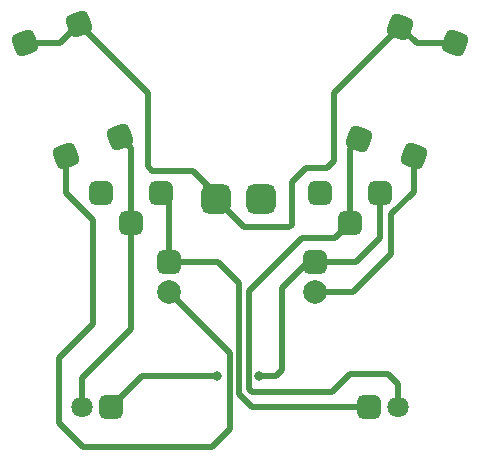
<source format=gbr>
%TF.GenerationSoftware,KiCad,Pcbnew,6.0.2+dfsg-1*%
%TF.CreationDate,2023-03-08T14:33:37+01:00*%
%TF.ProjectId,bunny,62756e6e-792e-46b6-9963-61645f706362,rev?*%
%TF.SameCoordinates,Original*%
%TF.FileFunction,Copper,L2,Bot*%
%TF.FilePolarity,Positive*%
%FSLAX46Y46*%
G04 Gerber Fmt 4.6, Leading zero omitted, Abs format (unit mm)*
G04 Created by KiCad (PCBNEW 6.0.2+dfsg-1) date 2023-03-08 14:33:37*
%MOMM*%
%LPD*%
G01*
G04 APERTURE LIST*
G04 Aperture macros list*
%AMRoundRect*
0 Rectangle with rounded corners*
0 $1 Rounding radius*
0 $2 $3 $4 $5 $6 $7 $8 $9 X,Y pos of 4 corners*
0 Add a 4 corners polygon primitive as box body*
4,1,4,$2,$3,$4,$5,$6,$7,$8,$9,$2,$3,0*
0 Add four circle primitives for the rounded corners*
1,1,$1+$1,$2,$3*
1,1,$1+$1,$4,$5*
1,1,$1+$1,$6,$7*
1,1,$1+$1,$8,$9*
0 Add four rect primitives between the rounded corners*
20,1,$1+$1,$2,$3,$4,$5,0*
20,1,$1+$1,$4,$5,$6,$7,0*
20,1,$1+$1,$6,$7,$8,$9,0*
20,1,$1+$1,$8,$9,$2,$3,0*%
G04 Aperture macros list end*
%TA.AperFunction,ComponentPad*%
%ADD10RoundRect,0.625000X0.625000X-0.625000X0.625000X0.625000X-0.625000X0.625000X-0.625000X-0.625000X0*%
%TD*%
%TA.AperFunction,ComponentPad*%
%ADD11RoundRect,0.500000X0.500000X0.500000X-0.500000X0.500000X-0.500000X-0.500000X0.500000X-0.500000X0*%
%TD*%
%TA.AperFunction,ComponentPad*%
%ADD12RoundRect,0.500000X-0.500000X-0.500000X0.500000X-0.500000X0.500000X0.500000X-0.500000X0.500000X0*%
%TD*%
%TA.AperFunction,ComponentPad*%
%ADD13C,1.800000*%
%TD*%
%TA.AperFunction,ComponentPad*%
%ADD14RoundRect,0.500000X-0.500000X0.500000X-0.500000X-0.500000X0.500000X-0.500000X0.500000X0.500000X0*%
%TD*%
%TA.AperFunction,ComponentPad*%
%ADD15C,2.000000*%
%TD*%
%TA.AperFunction,ComponentPad*%
%ADD16RoundRect,0.500000X-0.298836X0.640856X-0.640856X-0.298836X0.298836X-0.640856X0.640856X0.298836X0*%
%TD*%
%TA.AperFunction,ComponentPad*%
%ADD17RoundRect,0.500000X-0.640856X0.298836X-0.298836X-0.640856X0.640856X-0.298836X0.298836X0.640856X0*%
%TD*%
%TA.AperFunction,ViaPad*%
%ADD18C,0.800000*%
%TD*%
%TA.AperFunction,Conductor*%
%ADD19C,0.500000*%
%TD*%
G04 APERTURE END LIST*
D10*
%TO.P,J1,1,Pin_1*%
%TO.N,+3V0*%
X144167500Y-67187500D03*
%TO.P,J1,2,Pin_2*%
%TO.N,GND*%
X147977500Y-67187500D03*
%TD*%
D11*
%TO.P,Q2,1,C*%
%TO.N,Net-(C1-Pad1)*%
X158040000Y-66730000D03*
%TO.P,Q2,2,B*%
%TO.N,Net-(C2-Pad2)*%
X155500000Y-69270000D03*
%TO.P,Q2,3,E*%
%TO.N,GND*%
X152960000Y-66730000D03*
%TD*%
%TO.P,Q1,1,C*%
%TO.N,Net-(C2-Pad1)*%
X139540000Y-66730000D03*
%TO.P,Q1,2,B*%
%TO.N,Net-(C1-Pad2)*%
X137000000Y-69270000D03*
%TO.P,Q1,3,E*%
%TO.N,GND*%
X134460000Y-66730000D03*
%TD*%
D12*
%TO.P,C2,1*%
%TO.N,Net-(C2-Pad1)*%
X157100000Y-84800000D03*
D13*
%TO.P,C2,2*%
%TO.N,Net-(C2-Pad2)*%
X159600000Y-84800000D03*
%TD*%
D14*
%TO.P,D2,1,K*%
%TO.N,Net-(C1-Pad1)*%
X152600000Y-72525000D03*
D15*
%TO.P,D2,2,A*%
%TO.N,Net-(D2-Pad2)*%
X152600000Y-75065000D03*
%TD*%
%TO.P,D1,2,A*%
%TO.N,Net-(D1-Pad2)*%
X140200000Y-75065000D03*
D14*
%TO.P,D1,1,K*%
%TO.N,Net-(C2-Pad1)*%
X140200000Y-72525000D03*
%TD*%
D16*
%TO.P,R4,1*%
%TO.N,+3V0*%
X164400000Y-54000000D03*
%TO.P,R4,2*%
%TO.N,Net-(D2-Pad2)*%
X160925075Y-63547277D03*
%TD*%
D17*
%TO.P,R1,1*%
%TO.N,+3V0*%
X128000000Y-54000000D03*
%TO.P,R1,2*%
%TO.N,Net-(D1-Pad2)*%
X131474925Y-63547277D03*
%TD*%
D16*
%TO.P,R3,1*%
%TO.N,+3V0*%
X159800000Y-52600000D03*
%TO.P,R3,2*%
%TO.N,Net-(C2-Pad2)*%
X156325075Y-62147277D03*
%TD*%
D17*
%TO.P,R2,1*%
%TO.N,+3V0*%
X132600000Y-52400000D03*
%TO.P,R2,2*%
%TO.N,Net-(C1-Pad2)*%
X136074925Y-61947277D03*
%TD*%
D11*
%TO.P,C1,1*%
%TO.N,Net-(C1-Pad1)*%
X135305113Y-84800000D03*
D13*
%TO.P,C1,2*%
%TO.N,Net-(C1-Pad2)*%
X132805113Y-84800000D03*
%TD*%
D18*
%TO.N,Net-(C1-Pad1)*%
X144250000Y-82200000D03*
X147850000Y-82200000D03*
%TD*%
D19*
%TO.N,Net-(C1-Pad1)*%
X147850000Y-82200000D02*
X149300000Y-82200000D01*
X137905113Y-82200000D02*
X144250000Y-82200000D01*
%TO.N,Net-(D1-Pad2)*%
X140200000Y-75065000D02*
X145400000Y-80265000D01*
X145400000Y-80265000D02*
X145400000Y-86650000D01*
X145400000Y-86650000D02*
X143850000Y-88200000D01*
X143850000Y-88200000D02*
X132900000Y-88200000D01*
X132900000Y-88200000D02*
X130900000Y-86200000D01*
X131474925Y-66674925D02*
X131474925Y-63547277D01*
X130900000Y-86200000D02*
X130900000Y-80700000D01*
X130900000Y-80700000D02*
X133800000Y-77800000D01*
X133800000Y-77800000D02*
X133800000Y-69000000D01*
X133800000Y-69000000D02*
X131474925Y-66674925D01*
%TO.N,Net-(C2-Pad2)*%
X155500000Y-69270000D02*
X154270000Y-70500000D01*
X151500000Y-70500000D02*
X147000000Y-75000000D01*
X154270000Y-70500000D02*
X151500000Y-70500000D01*
X147250000Y-83500000D02*
X154000000Y-83500000D01*
X147000000Y-75000000D02*
X147000000Y-83250000D01*
X147000000Y-83250000D02*
X147250000Y-83500000D01*
X154000000Y-83500000D02*
X155500000Y-82000000D01*
X155500000Y-82000000D02*
X158700000Y-82000000D01*
X158700000Y-82000000D02*
X159600000Y-82900000D01*
X159600000Y-82900000D02*
X159600000Y-84800000D01*
%TO.N,Net-(C2-Pad1)*%
X157100000Y-84800000D02*
X147200000Y-84800000D01*
X146150000Y-83750000D02*
X146150000Y-74350000D01*
X147200000Y-84800000D02*
X146150000Y-83750000D01*
X146150000Y-74350000D02*
X144325000Y-72525000D01*
X144325000Y-72525000D02*
X140200000Y-72525000D01*
%TO.N,Net-(C1-Pad1)*%
X137905113Y-82200000D02*
X135305113Y-84800000D01*
X152600000Y-72525000D02*
X151975000Y-72525000D01*
X149800000Y-74700000D02*
X149800000Y-81700000D01*
X151975000Y-72525000D02*
X149800000Y-74700000D01*
X149800000Y-81700000D02*
X149300000Y-82200000D01*
%TO.N,Net-(C1-Pad2)*%
X132805113Y-82394887D02*
X137000000Y-78200000D01*
X132805113Y-84800000D02*
X132805113Y-82394887D01*
X137000000Y-78200000D02*
X137000000Y-69270000D01*
%TO.N,+3V0*%
X144167500Y-67187500D02*
X144167500Y-66767500D01*
X142200000Y-64800000D02*
X138800000Y-64800000D01*
X144167500Y-66767500D02*
X142200000Y-64800000D01*
X138800000Y-64800000D02*
X138400000Y-64400000D01*
X138400000Y-64400000D02*
X138400000Y-58200000D01*
X138400000Y-58200000D02*
X132600000Y-52400000D01*
X144167500Y-67187500D02*
X146580000Y-69600000D01*
X146580000Y-69600000D02*
X150400000Y-69600000D01*
X150400000Y-69600000D02*
X150600000Y-69400000D01*
X154200000Y-64000000D02*
X154200000Y-58200000D01*
X150600000Y-69400000D02*
X150600000Y-65800000D01*
X151800000Y-64600000D02*
X153600000Y-64600000D01*
X150600000Y-65800000D02*
X151800000Y-64600000D01*
X153600000Y-64600000D02*
X154200000Y-64000000D01*
X154200000Y-58200000D02*
X159800000Y-52600000D01*
%TO.N,Net-(C2-Pad1)*%
X139540000Y-66730000D02*
X140200000Y-67390000D01*
X140200000Y-67390000D02*
X140200000Y-72525000D01*
%TO.N,+3V0*%
X132600000Y-52400000D02*
X131000000Y-54000000D01*
X131000000Y-54000000D02*
X128000000Y-54000000D01*
X159800000Y-52600000D02*
X161200000Y-54000000D01*
X161200000Y-54000000D02*
X164400000Y-54000000D01*
%TO.N,Net-(C2-Pad2)*%
X155500000Y-69270000D02*
X155500000Y-62972352D01*
X155500000Y-62972352D02*
X156325075Y-62147277D01*
%TO.N,Net-(C1-Pad2)*%
X137000000Y-69270000D02*
X137000000Y-62872352D01*
X137000000Y-62872352D02*
X136074925Y-61947277D01*
%TO.N,Net-(D2-Pad2)*%
X152600000Y-75065000D02*
X152635000Y-75030000D01*
X152635000Y-75030000D02*
X155800000Y-75030000D01*
X155800000Y-75030000D02*
X159000000Y-71830000D01*
X159000000Y-71830000D02*
X159000000Y-68500000D01*
X159000000Y-68500000D02*
X160925075Y-66574925D01*
X160925075Y-66574925D02*
X160925075Y-63547277D01*
%TO.N,Net-(C1-Pad1)*%
X152600000Y-72525000D02*
X155325000Y-72525000D01*
X155325000Y-72525000D02*
X155350000Y-72500000D01*
X155350000Y-72500000D02*
X156000000Y-72500000D01*
X156000000Y-72500000D02*
X158040000Y-70460000D01*
X158040000Y-70460000D02*
X158040000Y-66730000D01*
%TO.N,+3V0*%
X144105000Y-66825000D02*
X144167500Y-66887500D01*
%TD*%
M02*

</source>
